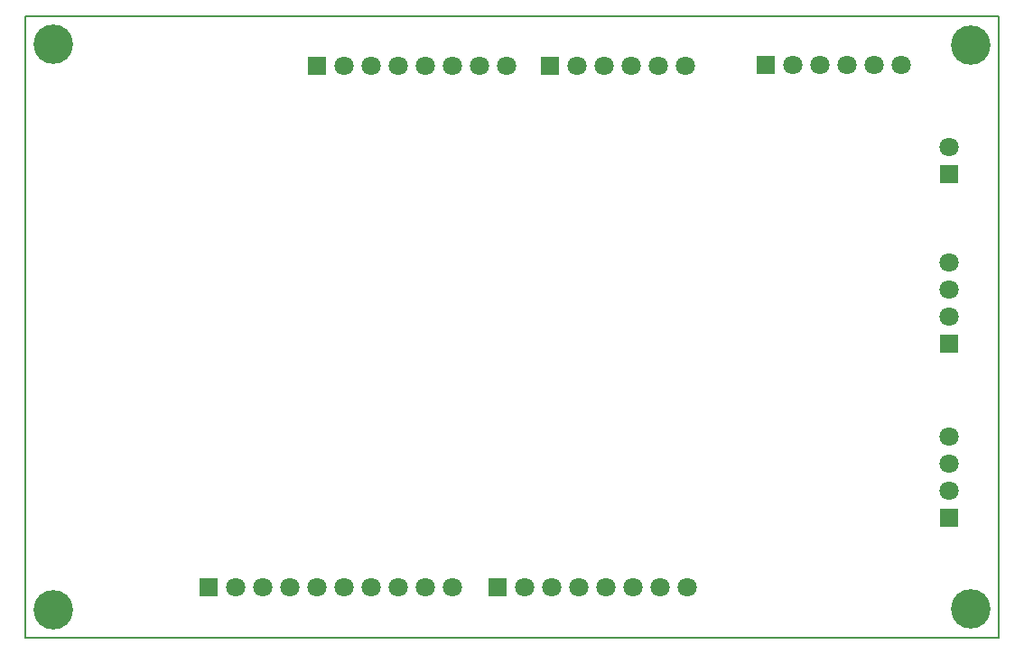
<source format=gbs>
G04 Layer_Color=16711935*
%FSLAX43Y43*%
%MOMM*%
G71*
G01*
G75*
%ADD16C,0.127*%
%ADD27C,1.800*%
%ADD28R,1.800X1.800*%
%ADD29C,3.700*%
%ADD30R,1.800X1.800*%
D16*
X0Y-0D02*
Y58351D01*
X91322D01*
Y-0D02*
Y58351D01*
X0Y-0D02*
X91322D01*
D27*
X45154Y53703D02*
D03*
X40074D02*
D03*
X34994D02*
D03*
X29914D02*
D03*
X32454D02*
D03*
X37534D02*
D03*
X42614D02*
D03*
X59574Y4703D02*
D03*
X54494D02*
D03*
X49414D02*
D03*
X46874D02*
D03*
X51954D02*
D03*
X57034D02*
D03*
X62114D02*
D03*
X61894Y53703D02*
D03*
X56814D02*
D03*
X51734D02*
D03*
X54274D02*
D03*
X59354D02*
D03*
X37534Y4703D02*
D03*
X32454D02*
D03*
X27374D02*
D03*
X22294D02*
D03*
X19754D02*
D03*
X24834D02*
D03*
X29914D02*
D03*
X34994D02*
D03*
X40074D02*
D03*
X86626Y46047D02*
D03*
X86618Y35198D02*
D03*
Y30118D02*
D03*
Y32658D02*
D03*
X82118Y53801D02*
D03*
X77038D02*
D03*
X71958D02*
D03*
X74498D02*
D03*
X79578D02*
D03*
X86626Y18907D02*
D03*
Y13827D02*
D03*
Y16367D02*
D03*
D28*
X27374Y53703D02*
D03*
X44334Y4703D02*
D03*
X49194Y53703D02*
D03*
X17214Y4703D02*
D03*
X69418Y53801D02*
D03*
D29*
X88653Y55603D02*
D03*
X2620Y55715D02*
D03*
X2657Y2660D02*
D03*
X88653Y2697D02*
D03*
D30*
X86626Y43507D02*
D03*
X86618Y27578D02*
D03*
X86626Y11287D02*
D03*
M02*

</source>
